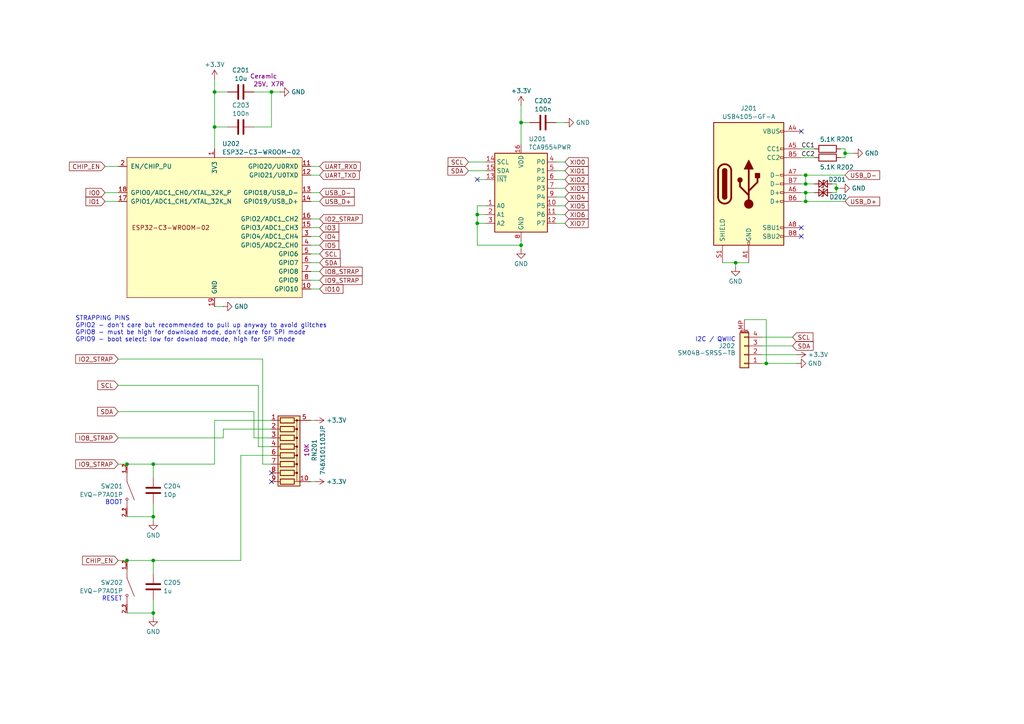
<source format=kicad_sch>
(kicad_sch (version 20231120) (generator "eeschema") (generator_version "8.0")
  (paper "A4")
  (title_block (title "Minuet Core"))
  (lib_symbols
    (symbol "746X:746X101nnnJP" (pin_names (offset 0) hide)
      (property "Reference" "RN" (at -15.5745 -0.254 90))
      (property "Value" "746X101nnnJP" (at -13.1502 -0.254 90))
      (symbol "746X101nnnJP_0_1"
        (rectangle (start -11.43 3.175) (end 8.89 -3.175) (stroke (width 0.254)) (fill (type background)))
        (rectangle (start -10.922 1.524) (end -9.398 -2.54) (stroke (width 0.254)))
        (circle (center -10.16 2.286) (radius 0.254) (fill (type outline)))
        (rectangle (start -8.382 1.524) (end -6.858 -2.54) (stroke (width 0.254)))
        (circle (center -7.62 2.286) (radius 0.254) (fill (type outline)))
        (rectangle (start -5.842 1.524) (end -4.318 -2.54) (stroke (width 0.254)))
        (circle (center -5.08 2.286) (radius 0.254) (fill (type outline)))
        (rectangle (start -3.302 1.524) (end -1.778 -2.54) (stroke (width 0.254)))
        (circle (center -2.54 2.286) (radius 0.254) (fill (type outline)))
        (rectangle (start -0.762 1.524) (end 0.762 -2.54) (stroke (width 0.254)))
        (polyline (pts (xy -10.16 -2.54) (xy -10.16 -3.81)))
        (polyline (pts (xy -7.62 -2.54) (xy -7.62 -3.81)))
        (polyline (pts (xy -5.08 -2.54) (xy -5.08 -3.81)))
        (polyline (pts (xy -2.54 -2.54) (xy -2.54 -3.81)))
        (polyline (pts (xy 0 -2.54) (xy 0 -3.81)))
        (polyline (pts (xy 2.54 -2.54) (xy 2.54 -3.81)))
        (polyline (pts (xy 5.08 -2.54) (xy 5.08 -3.81)))
        (polyline (pts (xy 7.62 -2.54) (xy 7.62 -3.81)))
        (polyline (pts (xy -10.16 1.524) (xy -10.16 2.286) (xy -7.62 2.286) (xy -7.62 1.524)))
        (polyline (pts (xy -7.62 1.524) (xy -7.62 2.286) (xy -5.08 2.286) (xy -5.08 1.524)))
        (polyline (pts (xy -5.08 1.524) (xy -5.08 2.286) (xy -2.54 2.286) (xy -2.54 1.524)))
        (polyline (pts (xy -2.54 1.524) (xy -2.54 2.286) (xy 0 2.286) (xy 0 1.524)))
        (polyline (pts (xy 0 1.524) (xy 0 2.286) (xy 2.54 2.286) (xy 2.54 1.524)))
        (polyline (pts (xy 2.54 1.524) (xy 2.54 2.286) (xy 5.08 2.286) (xy 5.08 1.524)))
        (polyline (pts (xy 5.08 1.524) (xy 5.08 2.286) (xy 7.62 2.286) (xy 7.62 1.524)))
        (circle (center 0 2.286) (radius 0.254) (fill (type outline)))
        (rectangle (start 1.778 1.524) (end 3.302 -2.54) (stroke (width 0.254)))
        (circle (center 2.54 2.286) (radius 0.254) (fill (type outline)))
        (rectangle (start 4.318 1.524) (end 5.842 -2.54) (stroke (width 0.254)))
        (circle (center 5.08 2.286) (radius 0.254) (fill (type outline)))
        (rectangle (start 6.858 1.524) (end 8.382 -2.54) (stroke (width 0.254)))
      )
      (symbol "746X101nnnJP_1_1"
        (pin passive line (at -10.16 -5.08 90) (length 1.27) (name "R1") (number "1"))
        (pin passive line (at 7.62 6.35 270) (length 3.81) (name "common") (number "10"))
        (pin passive line (at -7.62 -5.08 90) (length 1.27) (name "R2") (number "2"))
        (pin passive line (at -5.08 -5.08 90) (length 1.27) (name "R3") (number "3"))
        (pin passive line (at -2.54 -5.08 90) (length 1.27) (name "R4") (number "4"))
        (pin passive line (at -10.16 6.35 270) (length 3.81) (name "common") (number "5"))
        (pin passive line (at 0 -5.08 90) (length 1.27) (name "R5") (number "6"))
        (pin passive line (at 2.54 -5.08 90) (length 1.27) (name "R6") (number "7"))
        (pin passive line (at 5.08 -5.08 90) (length 1.27) (name "R7") (number "8"))
        (pin passive line (at 7.62 -5.08 90) (length 1.27) (name "R8") (number "9"))
      )
    )
    (symbol "Connector:USB_C_Receptacle_USB2.0_16P" (pin_names (offset 1.016))
      (property "Reference" "J" (at 0 22.225 0))
      (property "Value" "USB_C_Receptacle_USB2.0_16P" (at 0 19.685 0))
      (symbol "USB_C_Receptacle_USB2.0_16P_0_0"
        (rectangle (start -0.254 -17.78) (end 0.254 -16.764))
        (rectangle (start 10.16 -14.986) (end 9.144 -15.494))
        (rectangle (start 10.16 -12.446) (end 9.144 -12.954))
        (rectangle (start 10.16 -4.826) (end 9.144 -5.334))
        (rectangle (start 10.16 -2.286) (end 9.144 -2.794))
        (rectangle (start 10.16 0.254) (end 9.144 -0.254))
        (rectangle (start 10.16 2.794) (end 9.144 2.286))
        (rectangle (start 10.16 7.874) (end 9.144 7.366))
        (rectangle (start 10.16 10.414) (end 9.144 9.906))
        (rectangle (start 10.16 15.494) (end 9.144 14.986))
      )
      (symbol "USB_C_Receptacle_USB2.0_16P_0_1"
        (rectangle (start -10.16 17.78) (end 10.16 -17.78) (stroke (width 0.254)) (fill (type background)))
        (arc (start -8.89 -3.81) (mid -6.985 -5.7067) (end -5.08 -3.81) (stroke (width 0.508)))
        (arc (start -7.62 -3.81) (mid -6.985 -4.4423) (end -6.35 -3.81) (stroke (width 0.254)))
        (arc (start -7.62 -3.81) (mid -6.985 -4.4423) (end -6.35 -3.81) (stroke (width 0.254)) (fill (type outline)))
        (rectangle (start -7.62 -3.81) (end -6.35 3.81) (stroke (width 0.254)) (fill (type outline)))
        (arc (start -6.35 3.81) (mid -6.985 4.4423) (end -7.62 3.81) (stroke (width 0.254)))
        (arc (start -6.35 3.81) (mid -6.985 4.4423) (end -7.62 3.81) (stroke (width 0.254)) (fill (type outline)))
        (arc (start -5.08 3.81) (mid -6.985 5.7067) (end -8.89 3.81) (stroke (width 0.508)))
        (circle (center -2.54 1.143) (radius 0.635) (stroke (width 0.254)) (fill (type outline)))
        (circle (center 0 -5.842) (radius 1.27) (fill (type outline)))
        (polyline (pts (xy -8.89 -3.81) (xy -8.89 3.81)) (stroke (width 0.508)))
        (polyline (pts (xy -5.08 3.81) (xy -5.08 -3.81)) (stroke (width 0.508)))
        (polyline (pts (xy 0 -5.842) (xy 0 4.318)) (stroke (width 0.508)))
        (polyline (pts (xy 0 -3.302) (xy -2.54 -0.762) (xy -2.54 0.508)) (stroke (width 0.508)))
        (polyline (pts (xy 0 -2.032) (xy 2.54 0.508) (xy 2.54 1.778)) (stroke (width 0.508)))
        (polyline (pts (xy -1.27 4.318) (xy 0 6.858) (xy 1.27 4.318) (xy -1.27 4.318)) (stroke (width 0.254)) (fill (type outline)))
        (rectangle (start 1.905 1.778) (end 3.175 3.048) (stroke (width 0.254)) (fill (type outline)))
      )
      (symbol "USB_C_Receptacle_USB2.0_16P_1_1"
        (pin passive line (at 0 -22.86 90) (length 5.08) (name "GND") (number "A1"))
        (pin passive line (at 0 -22.86 90) (length 5.08) hide (name "GND") (number "A12"))
        (pin passive line (at 15.24 15.24 180) (length 5.08) (name "VBUS") (number "A4"))
        (pin bidirectional line (at 15.24 10.16 180) (length 5.08) (name "CC1") (number "A5"))
        (pin bidirectional line (at 15.24 -2.54 180) (length 5.08) (name "D+") (number "A6"))
        (pin bidirectional line (at 15.24 2.54 180) (length 5.08) (name "D-") (number "A7"))
        (pin bidirectional line (at 15.24 -12.7 180) (length 5.08) (name "SBU1") (number "A8"))
        (pin passive line (at 15.24 15.24 180) (length 5.08) hide (name "VBUS") (number "A9"))
        (pin passive line (at 0 -22.86 90) (length 5.08) hide (name "GND") (number "B1"))
        (pin passive line (at 0 -22.86 90) (length 5.08) hide (name "GND") (number "B12"))
        (pin passive line (at 15.24 15.24 180) (length 5.08) hide (name "VBUS") (number "B4"))
        (pin bidirectional line (at 15.24 7.62 180) (length 5.08) (name "CC2") (number "B5"))
        (pin bidirectional line (at 15.24 -5.08 180) (length 5.08) (name "D+") (number "B6"))
        (pin bidirectional line (at 15.24 0 180) (length 5.08) (name "D-") (number "B7"))
        (pin bidirectional line (at 15.24 -15.24 180) (length 5.08) (name "SBU2") (number "B8"))
        (pin passive line (at 15.24 15.24 180) (length 5.08) hide (name "VBUS") (number "B9"))
        (pin passive line (at -7.62 -22.86 90) (length 5.08) (name "SHIELD") (number "S1"))
      )
    )
    (symbol "Connector_Generic_MountingPin:Conn_01x04_MountingPin" (pin_names (offset 1.016) hide)
      (property "Reference" "J" (at 0 5.08 0))
      (property "Value" "Conn_01x04_MountingPin" (at 1.27 -7.62 0))
      (symbol "Conn_01x04_MountingPin_1_1"
        (rectangle (start -1.27 -4.953) (end 0 -5.207) (stroke (width 0.1524)))
        (rectangle (start -1.27 -2.413) (end 0 -2.667) (stroke (width 0.1524)))
        (rectangle (start -1.27 0.127) (end 0 -0.127) (stroke (width 0.1524)))
        (rectangle (start -1.27 2.667) (end 0 2.413) (stroke (width 0.1524)))
        (rectangle (start -1.27 3.81) (end 1.27 -6.35) (stroke (width 0.254)) (fill (type background)))
        (polyline (pts (xy -1.016 -7.112) (xy 1.016 -7.112)) (stroke (width 0.1524)))
        (text "Mounting" (at 0 -6.731 0) (effects (font (size 0.381 0.381))))
        (pin passive line (at -5.08 2.54 0) (length 3.81) (name "Pin_1") (number "1"))
        (pin passive line (at -5.08 0 0) (length 3.81) (name "Pin_2") (number "2"))
        (pin passive line (at -5.08 -2.54 0) (length 3.81) (name "Pin_3") (number "3"))
        (pin passive line (at -5.08 -5.08 0) (length 3.81) (name "Pin_4") (number "4"))
        (pin passive line (at 0 -10.16 90) (length 3.048) (name "MountPin") (number "MP"))
      )
    )
    (symbol "Device:C" (pin_numbers hide) (pin_names (offset 0.254))
      (property "Reference" "C" (at 0.635 2.54 0))
      (property "Value" "C" (at 0.635 -2.54 0))
      (symbol "C_0_1"
        (polyline (pts (xy -2.032 -0.762) (xy 2.032 -0.762)) (stroke (width 0.508)))
        (polyline (pts (xy -2.032 0.762) (xy 2.032 0.762)) (stroke (width 0.508)))
      )
      (symbol "C_1_1"
        (pin passive line (at 0 3.81 270) (length 2.794) (name "~") (number "1"))
        (pin passive line (at 0 -3.81 90) (length 2.794) (name "~") (number "2"))
      )
    )
    (symbol "Device:D_TVS_Small" (pin_numbers hide) (pin_names (offset 1.016) hide)
      (property "Reference" "D" (at 0 2.54 0))
      (property "Value" "D_TVS_Small" (at 0 -2.54 0))
      (symbol "D_TVS_Small_0_1"
        (polyline (pts (xy -1.27 0) (xy 1.27 0)))
        (polyline (pts (xy 0.508 1.016) (xy 0 1.016) (xy 0 -1.016) (xy -0.508 -1.016)) (stroke (width 0.254)))
        (polyline (pts (xy -1.27 1.016) (xy -1.27 -1.016) (xy 1.27 1.016) (xy 1.27 -1.016) (xy -1.27 1.016)) (stroke (width 0.254)))
      )
      (symbol "D_TVS_Small_1_1"
        (pin passive line (at -2.54 0 0) (length 1.27) (name "A1") (number "1"))
        (pin passive line (at 2.54 0 180) (length 1.27) (name "A2") (number "2"))
      )
    )
    (symbol "Device:R" (pin_numbers hide) (pin_names (offset 0))
      (property "Reference" "R" (at 2.032 0 90))
      (property "Value" "R" (at 0 0 90))
      (symbol "R_0_1"
        (rectangle (start -1.016 -2.54) (end 1.016 2.54) (stroke (width 0.254)))
      )
      (symbol "R_1_1"
        (pin passive line (at 0 3.81 270) (length 1.27) (name "~") (number "1"))
        (pin passive line (at 0 -3.81 90) (length 1.27) (name "~") (number "2"))
      )
    )
    (symbol "EVQ-P7A01P:EVQ-P7A01P" (pin_names (offset 1.016))
      (property "Reference" "S" (at -2.54 2.54 0))
      (property "Value" "EVQ-P7A01P" (at -2.54 -2.54 0))
      (symbol "EVQ-P7A01P_0_0"
        (polyline (pts (xy -2.54 0) (xy -5.08 0)) (stroke (width 0.1524)))
        (polyline (pts (xy -2.54 0) (xy 2.794 2.1336)) (stroke (width 0.1524)))
        (polyline (pts (xy 5.08 0) (xy 2.921 0)) (stroke (width 0.1524)))
        (circle (center 2.54 0) (radius 0.3302) (stroke (width 0.1524)))
        (pin passive line (at -7.62 0 0) (length 2.54) (name "~") (number "1_1"))
        (pin passive line (at -7.62 0 0) (length 2.54) (name "~") (number "1_2"))
        (pin passive line (at 7.62 0 180) (length 2.54) (name "~") (number "2_1"))
        (pin passive line (at 7.62 0 180) (length 2.54) (name "~") (number "2_2"))
      )
    )
    (symbol "Interface_Expansion:TCA9554PW"
      (property "Reference" "U" (at -7.62 11.43 0))
      (property "Value" "TCA9554PW" (at 2.54 11.43 0))
      (symbol "TCA9554PW_0_1"
        (rectangle (start -7.62 -12.7) (end 7.62 10.16) (stroke (width 0.254)) (fill (type background)))
      )
      (symbol "TCA9554PW_1_1"
        (pin input line (at -10.16 -5.08 0) (length 2.54) (name "A0") (number "1"))
        (pin bidirectional line (at 10.16 -5.08 180) (length 2.54) (name "P5") (number "10"))
        (pin bidirectional line (at 10.16 -7.62 180) (length 2.54) (name "P6") (number "11"))
        (pin bidirectional line (at 10.16 -10.16 180) (length 2.54) (name "P7") (number "12"))
        (pin open_collector line (at -10.16 2.54 0) (length 2.54) (name "~{INT}") (number "13"))
        (pin input line (at -10.16 7.62 0) (length 2.54) (name "SCL") (number "14"))
        (pin bidirectional line (at -10.16 5.08 0) (length 2.54) (name "SDA") (number "15"))
        (pin power_in line (at 0 12.7 270) (length 2.54) (name "VDD") (number "16"))
        (pin input line (at -10.16 -7.62 0) (length 2.54) (name "A1") (number "2"))
        (pin input line (at -10.16 -10.16 0) (length 2.54) (name "A2") (number "3"))
        (pin bidirectional line (at 10.16 7.62 180) (length 2.54) (name "P0") (number "4"))
        (pin bidirectional line (at 10.16 5.08 180) (length 2.54) (name "P1") (number "5"))
        (pin bidirectional line (at 10.16 2.54 180) (length 2.54) (name "P2") (number "6"))
        (pin bidirectional line (at 10.16 0 180) (length 2.54) (name "P3") (number "7"))
        (pin power_in line (at 0 -15.24 90) (length 2.54) (name "GND") (number "8"))
        (pin bidirectional line (at 10.16 -2.54 180) (length 2.54) (name "P4") (number "9"))
      )
    )
    (symbol "PCM_Espressif:ESP32-C3-WROOM-02" (pin_names (offset 1.016))
      (property "Reference" "U" (at -25.4 25.4 0))
      (property "Value" "ESP32-C3-WROOM-02" (at -25.4 22.86 0))
      (symbol "ESP32-C3-WROOM-02_0_0"
        (text "ESP32-C3-WROOM-02" (at -12.7 0 0) (effects (font (size 1.27 1.27))))
      )
      (symbol "ESP32-C3-WROOM-02_0_1"
        (rectangle (start 25.4 20.32) (end -25.4 -20.32) (fill (type background)))
      )
      (symbol "ESP32-C3-WROOM-02_1_1"
        (pin power_in line (at 0 22.86 270) (length 2.54) (name "3V3") (number "1"))
        (pin bidirectional line (at 27.94 -17.78 180) (length 2.54) (name "GPIO10") (number "10"))
        (pin bidirectional line (at 27.94 17.78 180) (length 2.54) (name "GPIO20/U0RXD") (number "11"))
        (pin bidirectional line (at 27.94 15.24 180) (length 2.54) (name "GPIO21/U0TXD") (number "12"))
        (pin bidirectional line (at 27.94 10.16 180) (length 2.54) (name "GPIO18/USB_D-") (number "13"))
        (pin bidirectional line (at 27.94 7.62 180) (length 2.54) (name "GPIO19/USB_D+") (number "14"))
        (pin bidirectional line (at 27.94 0 180) (length 2.54) (name "GPIO3/ADC1_CH3") (number "15"))
        (pin bidirectional line (at 27.94 2.54 180) (length 2.54) (name "GPIO2/ADC1_CH2") (number "16"))
        (pin bidirectional line (at -27.94 7.62 0) (length 2.54) (name "GPIO1/ADC1_CH1/XTAL_32K_N") (number "17"))
        (pin bidirectional line (at -27.94 10.16 0) (length 2.54) (name "GPIO0/ADC1_CH0/XTAL_32K_P") (number "18"))
        (pin power_in line (at 0 -22.86 90) (length 2.54) (name "GND") (number "19"))
        (pin input line (at -27.94 17.78 0) (length 2.54) (name "EN/CHIP_PU") (number "2"))
        (pin bidirectional line (at 27.94 -2.54 180) (length 2.54) (name "GPIO4/ADC1_CH4") (number "3"))
        (pin bidirectional line (at 27.94 -5.08 180) (length 2.54) (name "GPIO5/ADC2_CH0") (number "4"))
        (pin bidirectional line (at 27.94 -7.62 180) (length 2.54) (name "GPIO6") (number "5"))
        (pin bidirectional line (at 27.94 -10.16 180) (length 2.54) (name "GPIO7") (number "6"))
        (pin bidirectional line (at 27.94 -12.7 180) (length 2.54) (name "GPIO8") (number "7"))
        (pin bidirectional line (at 27.94 -15.24 180) (length 2.54) (name "GPIO9") (number "8"))
        (pin passive line (at 0 -22.86 90) (length 2.54) hide (name "GND") (number "9"))
      )
    )
    (symbol "power:+3.3V" (power) (pin_numbers hide) (pin_names (offset 0) hide)
      (property "Value" "+3.3V" (at 0 3.556 0))
      (symbol "+3.3V_0_1"
        (polyline (pts (xy -0.762 1.27) (xy 0 2.54)))
        (polyline (pts (xy 0 0) (xy 0 2.54)))
        (polyline (pts (xy 0 2.54) (xy 0.762 1.27)))
      )
      (symbol "+3.3V_1_1"
        (pin power_in line (at 0 0 90) (length 0) (name "~") (number "1"))
      )
    )
    (symbol "power:GND" (power) (pin_numbers hide) (pin_names (offset 0) hide)
      (property "Value" "GND" (at 0 -3.81 0))
      (symbol "GND_0_1"
        (polyline (pts (xy 0 0) (xy 0 -1.27) (xy 1.27 -1.27) (xy 0 -2.54) (xy -1.27 -1.27) (xy 0 -1.27)))
      )
      (symbol "GND_1_1"
        (pin power_in line (at 0 0 270) (length 0) (name "~") (number "1"))
      )
    )
  )
  (junction (at 222.25 105.41))
  (junction (at 233.68 55.88))
  (junction (at 44.45 149.86))
  (junction (at 233.68 58.42))
  (junction (at 62.23 26.67))
  (junction (at 233.68 50.8))
  (junction (at 233.68 53.34))
  (junction (at 151.13 71.12))
  (junction (at 44.45 134.62))
  (junction (at 36.83 134.62))
  (junction (at 242.57 54.61))
  (junction (at 138.43 62.23))
  (junction (at 151.13 35.56))
  (junction (at 44.45 177.8))
  (junction (at 245.11 44.45))
  (junction (at 36.83 162.56))
  (junction (at 44.45 162.56))
  (junction (at 62.23 36.83))
  (junction (at 78.74 26.67))
  (junction (at 213.36 76.2))
  (junction (at 138.43 64.77))
  (no_connect (at 232.41 66.04))
  (no_connect (at 232.41 38.1))
  (no_connect (at 78.74 137.16))
  (no_connect (at 138.43 52.07))
  (no_connect (at 232.41 68.58))
  (no_connect (at 78.74 139.7))
  (wire (pts (xy 151.13 35.56) (xy 151.13 41.91)))
  (wire (pts (xy 62.23 121.92) (xy 62.23 134.62)))
  (wire (pts (xy 232.41 50.8) (xy 233.68 50.8)))
  (wire (pts (xy 90.17 68.58) (xy 92.71 68.58)))
  (wire (pts (xy 36.83 177.8) (xy 44.45 177.8)))
  (wire (pts (xy 64.77 127) (xy 34.29 127)))
  (wire (pts (xy 151.13 69.85) (xy 151.13 71.12)))
  (wire (pts (xy 91.44 121.92) (xy 90.17 121.92)))
  (wire (pts (xy 34.29 104.14) (xy 76.2 104.14)))
  (wire (pts (xy 62.23 22.86) (xy 62.23 26.67)))
  (wire (pts (xy 64.77 124.46) (xy 64.77 127)))
  (wire (pts (xy 69.85 132.08) (xy 69.85 162.56)))
  (wire (pts (xy 34.29 162.56) (xy 36.83 162.56)))
  (wire (pts (xy 138.43 62.23) (xy 138.43 59.69)))
  (wire (pts (xy 91.44 139.7) (xy 90.17 139.7)))
  (wire (pts (xy 90.17 48.26) (xy 92.71 48.26)))
  (wire (pts (xy 44.45 146.05) (xy 44.45 149.86)))
  (wire (pts (xy 242.57 54.61) (xy 242.57 55.88)))
  (wire (pts (xy 78.74 26.67) (xy 78.74 36.83)))
  (wire (pts (xy 66.04 36.83) (xy 62.23 36.83)))
  (wire (pts (xy 135.89 49.53) (xy 140.97 49.53)))
  (wire (pts (xy 163.83 49.53) (xy 161.29 49.53)))
  (wire (pts (xy 90.17 73.66) (xy 92.71 73.66)))
  (wire (pts (xy 76.2 134.62) (xy 78.74 134.62)))
  (wire (pts (xy 78.74 26.67) (xy 73.66 26.67)))
  (wire (pts (xy 163.83 54.61) (xy 161.29 54.61)))
  (wire (pts (xy 151.13 71.12) (xy 151.13 72.39)))
  (wire (pts (xy 44.45 149.86) (xy 44.45 151.13)))
  (wire (pts (xy 30.48 58.42) (xy 34.29 58.42)))
  (wire (pts (xy 62.23 121.92) (xy 78.74 121.92)))
  (wire (pts (xy 233.68 58.42) (xy 245.11 58.42)))
  (wire (pts (xy 151.13 30.48) (xy 151.13 35.56)))
  (wire (pts (xy 138.43 71.12) (xy 138.43 64.77)))
  (wire (pts (xy 76.2 104.14) (xy 76.2 134.62)))
  (wire (pts (xy 78.74 132.08) (xy 69.85 132.08)))
  (wire (pts (xy 62.23 26.67) (xy 62.23 36.83)))
  (wire (pts (xy 243.84 45.72) (xy 245.11 45.72)))
  (wire (pts (xy 138.43 71.12) (xy 151.13 71.12)))
  (wire (pts (xy 213.36 76.2) (xy 217.17 76.2)))
  (wire (pts (xy 36.83 134.62) (xy 44.45 134.62)))
  (wire (pts (xy 163.83 57.15) (xy 161.29 57.15)))
  (wire (pts (xy 90.17 83.82) (xy 92.71 83.82)))
  (wire (pts (xy 44.45 173.99) (xy 44.45 177.8)))
  (wire (pts (xy 90.17 58.42) (xy 92.71 58.42)))
  (wire (pts (xy 78.74 124.46) (xy 64.77 124.46)))
  (wire (pts (xy 90.17 66.04) (xy 92.71 66.04)))
  (wire (pts (xy 74.93 111.76) (xy 74.93 129.54)))
  (wire (pts (xy 90.17 63.5) (xy 92.71 63.5)))
  (wire (pts (xy 90.17 81.28) (xy 92.71 81.28)))
  (wire (pts (xy 44.45 162.56) (xy 44.45 166.37)))
  (wire (pts (xy 220.98 97.79) (xy 229.87 97.79)))
  (wire (pts (xy 66.04 26.67) (xy 62.23 26.67)))
  (wire (pts (xy 36.83 149.86) (xy 44.45 149.86)))
  (wire (pts (xy 81.28 26.67) (xy 78.74 26.67)))
  (wire (pts (xy 138.43 59.69) (xy 140.97 59.69)))
  (wire (pts (xy 241.3 53.34) (xy 242.57 53.34)))
  (wire (pts (xy 231.14 105.41) (xy 222.25 105.41)))
  (wire (pts (xy 245.11 45.72) (xy 245.11 44.45)))
  (wire (pts (xy 138.43 52.07) (xy 140.97 52.07)))
  (wire (pts (xy 30.48 55.88) (xy 34.29 55.88)))
  (wire (pts (xy 163.83 35.56) (xy 161.29 35.56)))
  (wire (pts (xy 73.66 119.38) (xy 73.66 127)))
  (wire (pts (xy 153.67 35.56) (xy 151.13 35.56)))
  (wire (pts (xy 30.48 48.26) (xy 34.29 48.26)))
  (wire (pts (xy 163.83 64.77) (xy 161.29 64.77)))
  (wire (pts (xy 233.68 53.34) (xy 236.22 53.34)))
  (wire (pts (xy 222.25 92.71) (xy 215.9 92.71)))
  (wire (pts (xy 232.41 43.18) (xy 236.22 43.18)))
  (wire (pts (xy 34.29 119.38) (xy 73.66 119.38)))
  (wire (pts (xy 90.17 55.88) (xy 92.71 55.88)))
  (wire (pts (xy 90.17 50.8) (xy 92.71 50.8)))
  (wire (pts (xy 135.89 46.99) (xy 140.97 46.99)))
  (wire (pts (xy 90.17 76.2) (xy 92.71 76.2)))
  (wire (pts (xy 73.66 127) (xy 78.74 127)))
  (wire (pts (xy 74.93 129.54) (xy 78.74 129.54)))
  (wire (pts (xy 209.55 76.2) (xy 213.36 76.2)))
  (wire (pts (xy 34.29 134.62) (xy 36.83 134.62)))
  (wire (pts (xy 233.68 55.88) (xy 236.22 55.88)))
  (wire (pts (xy 44.45 134.62) (xy 44.45 138.43)))
  (wire (pts (xy 73.66 36.83) (xy 78.74 36.83)))
  (wire (pts (xy 213.36 76.2) (xy 213.36 77.47)))
  (wire (pts (xy 44.45 177.8) (xy 44.45 179.07)))
  (wire (pts (xy 243.84 43.18) (xy 245.11 43.18)))
  (wire (pts (xy 138.43 62.23) (xy 140.97 62.23)))
  (wire (pts (xy 242.57 55.88) (xy 241.3 55.88)))
  (wire (pts (xy 222.25 105.41) (xy 220.98 105.41)))
  (wire (pts (xy 233.68 50.8) (xy 245.11 50.8)))
  (wire (pts (xy 90.17 78.74) (xy 92.71 78.74)))
  (wire (pts (xy 44.45 134.62) (xy 62.23 134.62)))
  (wire (pts (xy 138.43 64.77) (xy 138.43 62.23)))
  (wire (pts (xy 220.98 100.33) (xy 229.87 100.33)))
  (wire (pts (xy 232.41 58.42) (xy 233.68 58.42)))
  (wire (pts (xy 231.14 102.87) (xy 220.98 102.87)))
  (wire (pts (xy 245.11 44.45) (xy 245.11 43.18)))
  (wire (pts (xy 232.41 45.72) (xy 236.22 45.72)))
  (wire (pts (xy 62.23 36.83) (xy 62.23 43.18)))
  (wire (pts (xy 242.57 54.61) (xy 243.84 54.61)))
  (wire (pts (xy 34.29 111.76) (xy 74.93 111.76)))
  (wire (pts (xy 163.83 52.07) (xy 161.29 52.07)))
  (wire (pts (xy 245.11 44.45) (xy 247.65 44.45)))
  (wire (pts (xy 222.25 105.41) (xy 222.25 92.71)))
  (wire (pts (xy 36.83 162.56) (xy 44.45 162.56)))
  (wire (pts (xy 64.77 88.9) (xy 62.23 88.9)))
  (wire (pts (xy 233.68 50.8) (xy 233.68 53.34)))
  (wire (pts (xy 232.41 55.88) (xy 233.68 55.88)))
  (wire (pts (xy 163.83 46.99) (xy 161.29 46.99)))
  (wire (pts (xy 163.83 62.23) (xy 161.29 62.23)))
  (wire (pts (xy 242.57 53.34) (xy 242.57 54.61)))
  (wire (pts (xy 44.45 162.56) (xy 69.85 162.56)))
  (wire (pts (xy 233.68 55.88) (xy 233.68 58.42)))
  (wire (pts (xy 163.83 59.69) (xy 161.29 59.69)))
  (wire (pts (xy 232.41 53.34) (xy 233.68 53.34)))
  (wire (pts (xy 90.17 71.12) (xy 92.71 71.12)))
  (wire (pts (xy 138.43 64.77) (xy 140.97 64.77)))
  (text "RESET" (at 32.512 173.736 0) (effects (font (size 1.27 1.27))))
  (text "I2C / QWIIC" (at 207.518 98.552 0) (effects (font (size 1.27 1.27))))
  (text "BOOT" (at 33.02 145.796 0) (effects (font (size 1.27 1.27))))
  (text "STRAPPING PINS\nGPIO2 - don't care but recommended to pull up anyway to avoid glitches\nGPIO8 - must be high for download mode, don't care for SPI mode\nGPIO9 - boot select: low for download mode, high for SPI mode" (at 21.844 91.694 0) (effects (font (size 1.27 1.27)) (justify left top)))
  (label "CC1" (at 232.41 43.18 0))
  (label "CC2" (at 232.41 45.72 0))
  (global_label "CHIP_EN" (shape input) (at 30.48 48.26 180) (property "Intersheetrefs" "${INTERSHEET_REFS}" (effects (hide yes))))
  (global_label "SCL" (shape input) (at 229.87 97.79 0) (property "Intersheetrefs" "${INTERSHEET_REFS}" (effects (hide yes))))
  (global_label "SCL" (shape input) (at 135.89 46.99 180) (property "Intersheetrefs" "${INTERSHEET_REFS}" (effects (hide yes))))
  (global_label "IO2_STRAP" (shape input) (at 92.71 63.5 0) (property "Intersheetrefs" "${INTERSHEET_REFS}" (effects (hide yes))))
  (global_label "XIO0" (shape input) (at 163.83 46.99 0) (property "Intersheetrefs" "${INTERSHEET_REFS}" (effects (hide yes))))
  (global_label "UART_TXD" (shape input) (at 92.71 50.8 0) (property "Intersheetrefs" "${INTERSHEET_REFS}" (effects (hide yes))))
  (global_label "IO0" (shape input) (at 30.48 55.88 180) (property "Intersheetrefs" "${INTERSHEET_REFS}" (effects (hide yes))))
  (global_label "XIO6" (shape input) (at 163.83 62.23 0) (property "Intersheetrefs" "${INTERSHEET_REFS}" (effects (hide yes))))
  (global_label "IO9_STRAP" (shape input) (at 34.29 134.62 180) (property "Intersheetrefs" "${INTERSHEET_REFS}" (effects (hide yes))))
  (global_label "IO1" (shape input) (at 30.48 58.42 180) (property "Intersheetrefs" "${INTERSHEET_REFS}" (effects (hide yes))))
  (global_label "SDA" (shape input) (at 135.89 49.53 180) (property "Intersheetrefs" "${INTERSHEET_REFS}" (effects (hide yes))))
  (global_label "CHIP_EN" (shape input) (at 34.29 162.56 180) (property "Intersheetrefs" "${INTERSHEET_REFS}" (effects (hide yes))))
  (global_label "USB_D+" (shape input) (at 92.71 58.42 0) (property "Intersheetrefs" "${INTERSHEET_REFS}" (effects (hide yes))))
  (global_label "USB_D+" (shape input) (at 245.11 58.42 0) (property "Intersheetrefs" "${INTERSHEET_REFS}" (effects (hide yes))))
  (global_label "XIO7" (shape input) (at 163.83 64.77 0) (property "Intersheetrefs" "${INTERSHEET_REFS}" (effects (hide yes))))
  (global_label "IO10" (shape input) (at 92.71 83.82 0) (property "Intersheetrefs" "${INTERSHEET_REFS}" (effects (hide yes))))
  (global_label "SCL" (shape input) (at 34.29 111.76 180) (property "Intersheetrefs" "${INTERSHEET_REFS}" (effects (hide yes))))
  (global_label "IO2_STRAP" (shape input) (at 34.29 104.14 180) (property "Intersheetrefs" "${INTERSHEET_REFS}" (effects (hide yes))))
  (global_label "IO3" (shape input) (at 92.71 66.04 0) (property "Intersheetrefs" "${INTERSHEET_REFS}" (effects (hide yes))))
  (global_label "XIO1" (shape input) (at 163.83 49.53 0) (property "Intersheetrefs" "${INTERSHEET_REFS}" (effects (hide yes))))
  (global_label "XIO5" (shape input) (at 163.83 59.69 0) (property "Intersheetrefs" "${INTERSHEET_REFS}" (effects (hide yes))))
  (global_label "XIO3" (shape input) (at 163.83 54.61 0) (property "Intersheetrefs" "${INTERSHEET_REFS}" (effects (hide yes))))
  (global_label "SCL" (shape input) (at 92.71 73.66 0) (property "Intersheetrefs" "${INTERSHEET_REFS}" (effects (hide yes))))
  (global_label "UART_RXD" (shape input) (at 92.71 48.26 0) (property "Intersheetrefs" "${INTERSHEET_REFS}" (effects (hide yes))))
  (global_label "SDA" (shape input) (at 229.87 100.33 0) (property "Intersheetrefs" "${INTERSHEET_REFS}" (effects (hide yes))))
  (global_label "USB_D-" (shape input) (at 92.71 55.88 0) (property "Intersheetrefs" "${INTERSHEET_REFS}" (effects (hide yes))))
  (global_label "IO9_STRAP" (shape input) (at 92.71 81.28 0) (property "Intersheetrefs" "${INTERSHEET_REFS}" (effects (hide yes))))
  (global_label "SDA" (shape input) (at 34.29 119.38 180) (property "Intersheetrefs" "${INTERSHEET_REFS}" (effects (hide yes))))
  (global_label "XIO2" (shape input) (at 163.83 52.07 0) (property "Intersheetrefs" "${INTERSHEET_REFS}" (effects (hide yes))))
  (global_label "IO4" (shape input) (at 92.71 68.58 0) (property "Intersheetrefs" "${INTERSHEET_REFS}" (effects (hide yes))))
  (global_label "USB_D-" (shape input) (at 245.11 50.8 0) (property "Intersheetrefs" "${INTERSHEET_REFS}" (effects (hide yes))))
  (global_label "IO8_STRAP" (shape input) (at 92.71 78.74 0) (property "Intersheetrefs" "${INTERSHEET_REFS}" (effects (hide yes))))
  (global_label "IO8_STRAP" (shape input) (at 34.29 127 180) (property "Intersheetrefs" "${INTERSHEET_REFS}" (effects (hide yes))))
  (global_label "XIO4" (shape input) (at 163.83 57.15 0) (property "Intersheetrefs" "${INTERSHEET_REFS}" (effects (hide yes))))
  (global_label "IO5" (shape input) (at 92.71 71.12 0) (property "Intersheetrefs" "${INTERSHEET_REFS}" (effects (hide yes))))
  (global_label "SDA" (shape input) (at 92.71 76.2 0) (property "Intersheetrefs" "${INTERSHEET_REFS}" (effects (hide yes))))
  (symbol (lib_id "PCM_Espressif:ESP32-C3-WROOM-02") (at 62.23 66.04 0) (unit 1)
    (property "Reference" "U202" (at 64.4241 41.7025 0) (effects (justify left)))
    (property "Value" "ESP32-C3-WROOM-02" (at 64.4241 44.1268 0) (effects (justify left)))
    (property "Footprint" "PCM_Espressif:ESP32-C3-WROOM-02" (effects (hide yes)))
    (property "Datasheet" "https://www.espressif.com/sites/default/files/documentation/esp32-c3-wroom-02_datasheet_en.pdf" (effects (hide yes)))
    (property "Description" "ESP32-C3-WROOM-02 is a general-purpose Wi-Fi and Bluetooth LE module. This module features a rich set of peripherals and high performance, which makes it an ideal choice for smart home, industrial automation, health care, consumer electronics, etc." (effects (hide yes)))
  )
  (symbol (lib_id "Device:C") (at 69.85 26.67 270) (mirror x) (unit 1)
    (property "Reference" "C201" (at 69.85 20.3665 90))
    (property "Value" "10u" (at 69.85 22.7908 90))
    (property "Footprint" "Capacitor_SMD:C_1206_3216Metric_Pad1.33x1.80mm_HandSolder" (effects (hide yes)))
    (property "Description" "Unpolarized capacitor" (effects (hide yes)))
    (property "Type" "Ceramic" (at 76.454 22.098 90))
    (property "Rating" "25V, X7R" (at 77.978 24.384 90))
  )
  (symbol (lib_id "Connector_Generic_MountingPin:Conn_01x04_MountingPin") (at 215.9 102.87 180) (unit 1)
    (property "Reference" "J202" (at 210.82 100.33 0))
    (property "Value" "SM04B-SRSS-TB" (at 213.36 102.362 0) (effects (justify left)))
    (property "Footprint" "Connector_JST:JST_SH_SM04B-SRSS-TB_1x04-1MP_P1.00mm_Horizontal" (effects (hide yes)))
    (property "Description" "Generic connectable mounting pin connector, single row, 01x04, script generated (kicad-library-utils/schlib/autogen/connector/)" (effects (hide yes)))
  )
  (symbol (lib_id "746X:746X101nnnJP") (at 83.82 132.08 270) (unit 1)
    (property "Reference" "RN201" (at 91.186 130.556 0))
    (property "Value" "746X101103JP" (at 93.6103 130.556 0))
    (property "Footprint" "746X:RESCAXS64P320X160X70-10N" (effects (hide yes)))
    (property "Datasheet" "https://mm.digikey.com/Volume0/opasdata/d220001/medias/docus/6153/74x_Series.pdf" (effects (hide yes)))
    (property "Description" "8 resistor network, bussed resistors" (effects (hide yes)))
    (property "Resistance" "10K" (at 88.9805 130.556 0))
  )
  (symbol (lib_id "power:GND") (at 231.14 105.41 90) (unit 1)
    (property "Reference" "#PWR0211" (effects (hide yes)))
    (property "Value" "GND" (at 234.3149 105.41 90) (effects (justify right)))
    (property "Description" "Power symbol creates a global label with name \"GND\" , ground" (effects (hide yes)))
  )
  (symbol (lib_id "Device:D_TVS_Small") (at 238.76 53.34 0) (unit 1)
    (property "Reference" "D201" (at 242.824 52.07 0))
    (property "Value" "TPD1E10B06DYAR" (effects (hide yes)))
    (property "Footprint" "Diode_SMD:D_SOD-523" (effects (hide yes)))
    (property "Datasheet" "https://www.ti.com/lit/ds/symlink/tpd1e10b06.pdf" (effects (hide yes)))
    (property "Description" "Bidirectional transient-voltage-suppression diode, small symbol" (effects (hide yes)))
  )
  (symbol (lib_id "power:+3.3V") (at 91.44 121.92 270) (unit 1)
    (property "Reference" "#PWR0212" (effects (hide yes)))
    (property "Value" "+3.3V" (at 94.615 121.92 90) (effects (justify left)))
    (property "Description" "Power symbol creates a global label with name \"+3.3V\"" (effects (hide yes)))
  )
  (symbol (lib_id "power:+3.3V") (at 151.13 30.48 0) (unit 1)
    (property "Reference" "#PWR0203" (effects (hide yes)))
    (property "Value" "+3.3V" (at 151.13 26.3469 0))
    (property "Description" "Power symbol creates a global label with name \"+3.3V\"" (effects (hide yes)))
  )
  (symbol (lib_id "EVQ-P7A01P:EVQ-P7A01P") (at 36.83 142.24 270) (unit 1)
    (property "Reference" "SW201" (at 35.687 141.0278 90) (effects (justify right)))
    (property "Value" "EVQ-P7A01P" (at 35.687 143.4521 90) (effects (justify right)))
    (property "Footprint" "EVQ-P7A01P:SW_EVQ-P7A01P" (effects (hide yes)))
    (property "Description" "Push button switch, generic, two pins" (effects (hide yes)))
    (property "MF" "Panasonic Electronic" (effects (hide yes)))
    (property "MAXIMUM_PACKAGE_HEIGHT" "1.35mm" (effects (hide yes)))
    (property "Package" "None" (effects (hide yes)))
    (property "Price" "None" (effects (hide yes)))
    (property "Check_prices" "https://www.snapeda.com/parts/EVQ-P7A01P/Panasonic+Electronic+Components/view-part/?ref=eda" (effects (hide yes)))
    (property "STANDARD" "Manufacturer Recommendations" (effects (hide yes)))
    (property "PARTREV" "2022.4" (effects (hide yes)))
    (property "SnapEDA_Link" "https://www.snapeda.com/parts/EVQ-P7A01P/Panasonic+Electronic+Components/view-part/?ref=snap" (effects (hide yes)))
    (property "MP" "EVQ-P7A01P" (effects (hide yes)))
    (property "Description_1" "\n                        \n                            Tactile Switch SPST-NO Side Actuated Surface Mount, Right Angle\n                        \n" (effects (hide yes)))
    (property "Availability" "In Stock" (effects (hide yes)))
    (property "MANUFACTURER" "Panasonic Electronic Components" (effects (hide yes)))
  )
  (symbol (lib_id "power:GND") (at 81.28 26.67 90) (mirror x) (unit 1)
    (property "Reference" "#PWR0202" (effects (hide yes)))
    (property "Value" "GND" (at 84.4549 26.67 90) (effects (justify right)))
    (property "Description" "Power symbol creates a global label with name \"GND\" , ground" (effects (hide yes)))
  )
  (symbol (lib_id "Interface_Expansion:TCA9554PW") (at 151.13 54.61 0) (unit 1)
    (property "Reference" "U201" (at 153.3241 40.3055 0) (effects (justify left)))
    (property "Value" "TCA9554PWR" (at 153.3241 42.7298 0) (effects (justify left)))
    (property "Footprint" "Package_SO:TSSOP-16_4.4x5mm_P0.65mm" (effects (hide yes)))
    (property "Datasheet" "http://www.ti.com/lit/ds/symlink/tca9554.pdf" (effects (hide yes)))
    (property "Description" "8 Bit Port/Expander, I2C SMBUS, Interrupt output, TSSOP-16" (effects (hide yes)))
  )
  (symbol (lib_id "Device:R") (at 240.03 43.18 270) (unit 1)
    (property "Reference" "R201" (at 245.11 40.386 90))
    (property "Value" "5.1K" (at 240.03 40.4438 90))
    (property "Footprint" "Resistor_SMD:R_0603_1608Metric_Pad0.98x0.95mm_HandSolder" (effects (hide yes)))
    (property "Description" "Resistor" (effects (hide yes)))
  )
  (symbol (lib_id "power:GND") (at 151.13 72.39 0) (unit 1)
    (property "Reference" "#PWR0207" (effects (hide yes)))
    (property "Value" "GND" (at 151.13 76.5231 0))
    (property "Description" "Power symbol creates a global label with name \"GND\" , ground" (effects (hide yes)))
  )
  (symbol (lib_id "power:GND") (at 64.77 88.9 90) (unit 1)
    (property "Reference" "#PWR0209" (effects (hide yes)))
    (property "Value" "GND" (at 67.945 88.9 90) (effects (justify right)))
    (property "Description" "Power symbol creates a global label with name \"GND\" , ground" (effects (hide yes)))
  )
  (symbol (lib_id "power:GND") (at 44.45 151.13 0) (mirror y) (unit 1)
    (property "Reference" "#PWR0214" (effects (hide yes)))
    (property "Value" "GND" (at 44.45 155.2631 0))
    (property "Description" "Power symbol creates a global label with name \"GND\" , ground" (effects (hide yes)))
  )
  (symbol (lib_id "Device:D_TVS_Small") (at 238.76 55.88 0) (unit 1)
    (property "Reference" "D202" (at 243.078 57.15 0))
    (property "Value" "TPD1E10B06DYAR" (effects (hide yes)))
    (property "Footprint" "Diode_SMD:D_SOD-523" (effects (hide yes)))
    (property "Datasheet" "https://www.ti.com/lit/ds/symlink/tpd1e10b06.pdf" (effects (hide yes)))
    (property "Description" "Bidirectional transient-voltage-suppression diode, small symbol" (effects (hide yes)))
  )
  (symbol (lib_id "power:GND") (at 213.36 77.47 0) (unit 1)
    (property "Reference" "#PWR0208" (effects (hide yes)))
    (property "Value" "GND" (at 213.36 81.6031 0))
    (property "Description" "Power symbol creates a global label with name \"GND\" , ground" (effects (hide yes)))
  )
  (symbol (lib_id "EVQ-P7A01P:EVQ-P7A01P") (at 36.83 170.18 270) (unit 1)
    (property "Reference" "SW202" (at 35.687 168.9678 90) (effects (justify right)))
    (property "Value" "EVQ-P7A01P" (at 35.687 171.3921 90) (effects (justify right)))
    (property "Footprint" "EVQ-P7A01P:SW_EVQ-P7A01P" (effects (hide yes)))
    (property "Description" "Push button switch, generic, two pins" (effects (hide yes)))
    (property "MF" "Panasonic Electronic" (effects (hide yes)))
    (property "MAXIMUM_PACKAGE_HEIGHT" "1.35mm" (effects (hide yes)))
    (property "Package" "None" (effects (hide yes)))
    (property "Price" "None" (effects (hide yes)))
    (property "Check_prices" "https://www.snapeda.com/parts/EVQ-P7A01P/Panasonic+Electronic+Components/view-part/?ref=eda" (effects (hide yes)))
    (property "STANDARD" "Manufacturer Recommendations" (effects (hide yes)))
    (property "PARTREV" "2022.4" (effects (hide yes)))
    (property "SnapEDA_Link" "https://www.snapeda.com/parts/EVQ-P7A01P/Panasonic+Electronic+Components/view-part/?ref=snap" (effects (hide yes)))
    (property "MP" "EVQ-P7A01P" (effects (hide yes)))
    (property "Description_1" "\n                        \n                            Tactile Switch SPST-NO Side Actuated Surface Mount, Right Angle\n                        \n" (effects (hide yes)))
    (property "Availability" "In Stock" (effects (hide yes)))
    (property "MANUFACTURER" "Panasonic Electronic Components" (effects (hide yes)))
  )
  (symbol (lib_id "Device:R") (at 240.03 45.72 90) (mirror x) (unit 1)
    (property "Reference" "R202" (at 245.11 48.514 90))
    (property "Value" "5.1K" (at 240.03 48.4562 90))
    (property "Footprint" "Resistor_SMD:R_0603_1608Metric_Pad0.98x0.95mm_HandSolder" (effects (hide yes)))
    (property "Description" "Resistor" (effects (hide yes)))
  )
  (symbol (lib_id "power:GND") (at 44.45 179.07 0) (mirror y) (unit 1)
    (property "Reference" "#PWR0215" (effects (hide yes)))
    (property "Value" "GND" (at 44.45 183.2031 0))
    (property "Description" "Power symbol creates a global label with name \"GND\" , ground" (effects (hide yes)))
  )
  (symbol (lib_id "Device:C") (at 157.48 35.56 90) (unit 1)
    (property "Reference" "C202" (at 157.48 29.2565 90))
    (property "Value" "100n" (at 157.48 31.6808 90))
    (property "Footprint" "Capacitor_SMD:C_0603_1608Metric_Pad1.08x0.95mm_HandSolder" (effects (hide yes)))
    (property "Description" "Unpolarized capacitor" (effects (hide yes)))
  )
  (symbol (lib_id "power:+3.3V") (at 231.14 102.87 270) (unit 1)
    (property "Reference" "#PWR0210" (effects (hide yes)))
    (property "Value" "+3.3V" (at 234.315 102.87 90) (effects (justify left)))
    (property "Description" "Power symbol creates a global label with name \"+3.3V\"" (effects (hide yes)))
  )
  (symbol (lib_id "power:+3.3V") (at 62.23 22.86 0) (mirror y) (unit 1)
    (property "Reference" "#PWR0201" (effects (hide yes)))
    (property "Value" "+3.3V" (at 62.23 18.7269 0))
    (property "Description" "Power symbol creates a global label with name \"+3.3V\"" (effects (hide yes)))
  )
  (symbol (lib_id "power:GND") (at 247.65 44.45 90) (unit 1)
    (property "Reference" "#PWR0205" (effects (hide yes)))
    (property "Value" "GND" (at 250.825 44.45 90) (effects (justify right)))
    (property "Description" "Power symbol creates a global label with name \"GND\" , ground" (effects (hide yes)))
  )
  (symbol (lib_id "Device:C") (at 44.45 142.24 0) (mirror y) (unit 1)
    (property "Reference" "C204" (at 47.371 141.0278 0) (effects (justify right)))
    (property "Value" "10p" (at 47.371 143.4521 0) (effects (justify right)))
    (property "Footprint" "Capacitor_SMD:C_0603_1608Metric_Pad1.08x0.95mm_HandSolder" (effects (hide yes)))
    (property "Description" "Unpolarized capacitor" (effects (hide yes)))
  )
  (symbol (lib_id "power:GND") (at 163.83 35.56 90) (unit 1)
    (property "Reference" "#PWR0204" (effects (hide yes)))
    (property "Value" "GND" (at 167.005 35.56 90) (effects (justify right)))
    (property "Description" "Power symbol creates a global label with name \"GND\" , ground" (effects (hide yes)))
  )
  (symbol (lib_id "Device:C") (at 44.45 170.18 0) (mirror y) (unit 1)
    (property "Reference" "C205" (at 47.371 168.9678 0) (effects (justify right)))
    (property "Value" "1u" (at 47.371 171.3921 0) (effects (justify right)))
    (property "Footprint" "Capacitor_SMD:C_0603_1608Metric_Pad1.08x0.95mm_HandSolder" (effects (hide yes)))
    (property "Description" "Unpolarized capacitor" (effects (hide yes)))
  )
  (symbol (lib_id "power:GND") (at 243.84 54.61 90) (unit 1)
    (property "Reference" "#PWR0206" (effects (hide yes)))
    (property "Value" "GND" (at 247.015 54.61 90) (effects (justify right)))
    (property "Description" "Power symbol creates a global label with name \"GND\" , ground" (effects (hide yes)))
  )
  (symbol (lib_id "Connector:USB_C_Receptacle_USB2.0_16P") (at 217.17 53.34 0) (unit 1)
    (property "Reference" "J201" (at 217.17 31.4155 0))
    (property "Value" "USB4105-GF-A" (at 217.17 33.8398 0))
    (property "Footprint" "Connector_USB:USB_C_Receptacle_GCT_USB4105-xx-A_16P_TopMnt_Horizontal" (effects (hide yes)))
    (property "Datasheet" "https://www.usb.org/sites/default/files/documents/usb_type-c.zip" (effects (hide yes)))
    (property "Description" "USB 2.0-only 16P Type-C Receptacle connector" (effects (hide yes)))
  )
  (symbol (lib_id "power:+3.3V") (at 91.44 139.7 270) (unit 1)
    (property "Reference" "#PWR0213" (effects (hide yes)))
    (property "Value" "+3.3V" (at 94.615 139.7 90) (effects (justify left)))
    (property "Description" "Power symbol creates a global label with name \"+3.3V\"" (effects (hide yes)))
  )
  (symbol (lib_id "Device:C") (at 69.85 36.83 270) (mirror x) (unit 1)
    (property "Reference" "C203" (at 69.85 30.5265 90))
    (property "Value" "100n" (at 69.85 32.9508 90))
    (property "Footprint" "Capacitor_SMD:C_0603_1608Metric_Pad1.08x0.95mm_HandSolder" (effects (hide yes)))
    (property "Description" "Unpolarized capacitor" (effects (hide yes)))
  )
)
</source>
